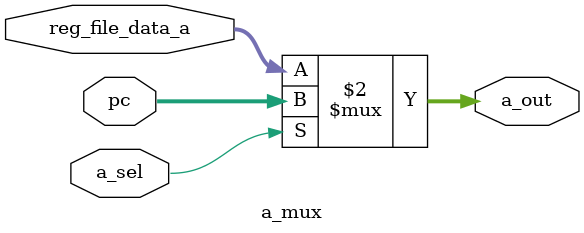
<source format=v>
module a_mux(reg_file_data_a, pc, a_sel, a_out);
    input [31:0] reg_file_data_a, pc;
    input a_sel;
    output reg [31:0] a_out;

    assign a_out = (!a_sel) ? reg_file_data_a : pc;

endmodule
</source>
